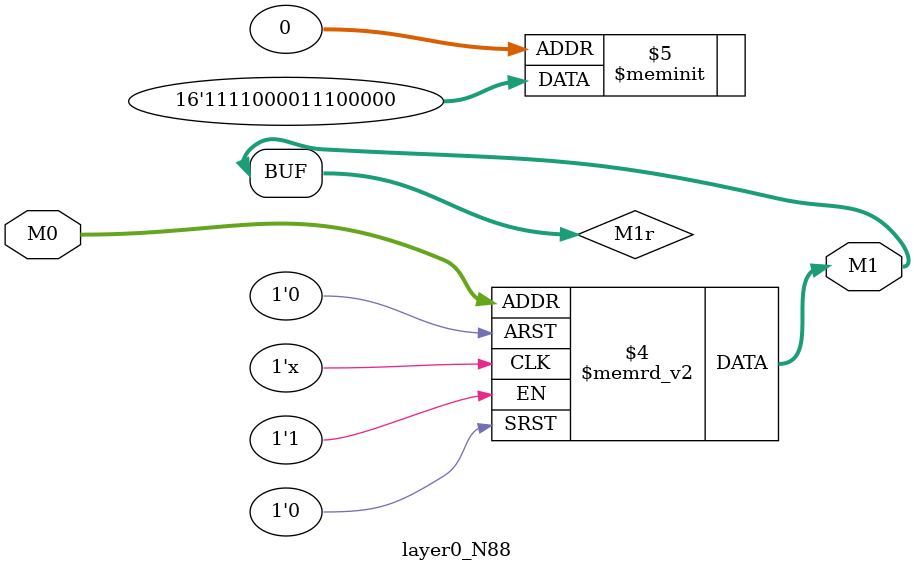
<source format=v>
module layer0_N88 ( input [2:0] M0, output [1:0] M1 );

	(*rom_style = "distributed" *) reg [1:0] M1r;
	assign M1 = M1r;
	always @ (M0) begin
		case (M0)
			3'b000: M1r = 2'b00;
			3'b100: M1r = 2'b00;
			3'b010: M1r = 2'b10;
			3'b110: M1r = 2'b11;
			3'b001: M1r = 2'b00;
			3'b101: M1r = 2'b00;
			3'b011: M1r = 2'b11;
			3'b111: M1r = 2'b11;

		endcase
	end
endmodule

</source>
